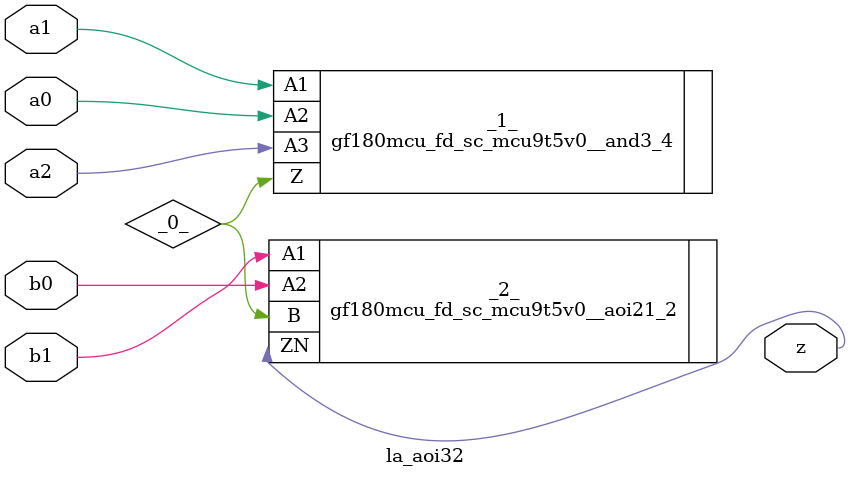
<source format=v>
/* Generated by Yosys 0.37 (git sha1 a5c7f69ed, clang 14.0.0-1ubuntu1.1 -fPIC -Os) */

module la_aoi32(a0, a1, a2, b0, b1, z);
  wire _0_;
  input a0;
  wire a0;
  input a1;
  wire a1;
  input a2;
  wire a2;
  input b0;
  wire b0;
  input b1;
  wire b1;
  output z;
  wire z;
  gf180mcu_fd_sc_mcu9t5v0__and3_4 _1_ (
    .A1(a1),
    .A2(a0),
    .A3(a2),
    .Z(_0_)
  );
  gf180mcu_fd_sc_mcu9t5v0__aoi21_2 _2_ (
    .A1(b1),
    .A2(b0),
    .B(_0_),
    .ZN(z)
  );
endmodule

</source>
